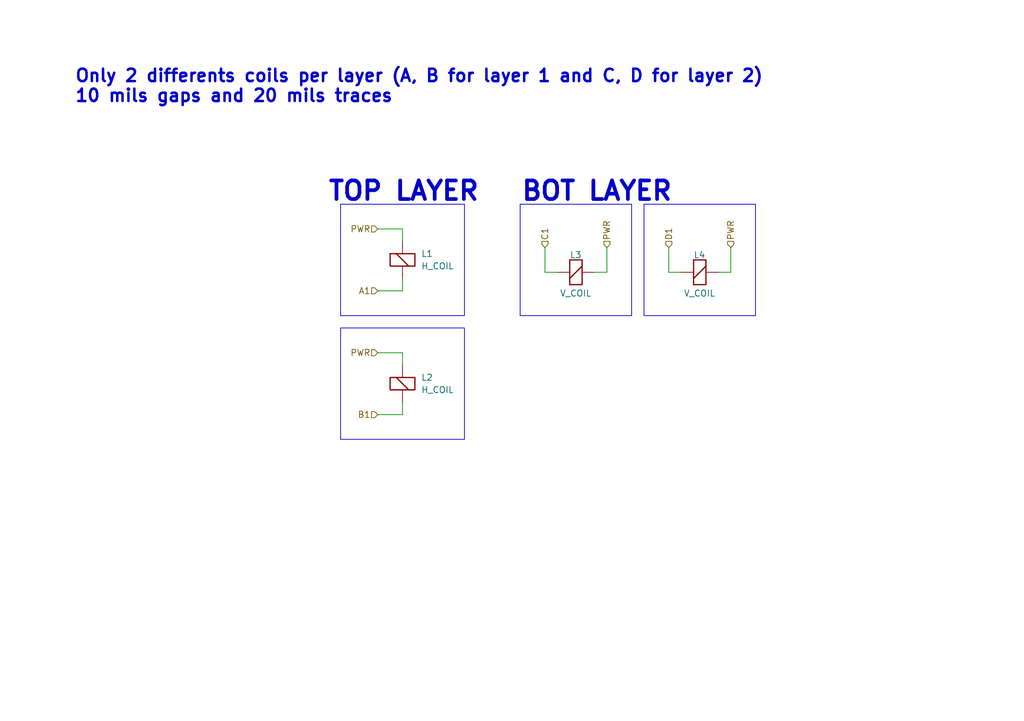
<source format=kicad_sch>
(kicad_sch (version 20231120) (generator "eeschema") (generator_version "8.0")
  (paper "A5")
  (title_block (title "Coil module 1") (date "2024-06-13") (rev "0.1") (comment 1 "Jonas Stirnemann"))
  (lib_symbols
    (symbol "Device:ElectromagneticActor" (pin_numbers hide) (pin_names (offset 0.0254) hide)
      (property "Reference" "L" (at 1.27 3.81 0))
      (property "Value" "ElectromagneticActor" (at 1.27 -1.27 0))
      (symbol "ElectromagneticActor_0_1"
        (rectangle (start -2.54 2.54) (end 2.54 0) (stroke (width 0.254)))
        (polyline (pts (xy -1.27 2.54) (xy 1.27 0)) (stroke (width 0.254)))
      )
      (symbol "ElectromagneticActor_1_1"
        (pin passive line (at 0 5.08 270) (length 2.54) (name "-") (number "1"))
        (pin passive line (at 0 -2.54 90) (length 2.54) (name "+") (number "2"))
      )
    )
  )
  (wire (pts (xy 137.16 55.88) (xy 137.16 50.8)))
  (wire (pts (xy 149.86 55.88) (xy 147.32 55.88)))
  (wire (pts (xy 82.55 72.39) (xy 82.55 74.93)))
  (wire (pts (xy 77.47 59.69) (xy 82.55 59.69)))
  (wire (pts (xy 77.47 46.99) (xy 82.55 46.99)))
  (wire (pts (xy 82.55 85.09) (xy 77.47 85.09)))
  (wire (pts (xy 82.55 46.99) (xy 82.55 49.53)))
  (wire (pts (xy 77.47 72.39) (xy 82.55 72.39)))
  (wire (pts (xy 139.7 55.88) (xy 137.16 55.88)))
  (wire (pts (xy 149.86 50.8) (xy 149.86 55.88)))
  (wire (pts (xy 114.3 55.88) (xy 111.76 55.88)))
  (wire (pts (xy 111.76 55.88) (xy 111.76 50.8)))
  (wire (pts (xy 82.55 82.55) (xy 82.55 85.09)))
  (wire (pts (xy 124.46 50.8) (xy 124.46 55.88)))
  (wire (pts (xy 124.46 55.88) (xy 121.92 55.88)))
  (wire (pts (xy 82.55 57.15) (xy 82.55 59.69)))
  (rectangle (start 132.08 41.91) (end 154.94 64.77))
  (rectangle (start 106.68 41.91) (end 129.54 64.77))
  (rectangle (start 69.85 67.31) (end 95.25 90.17))
  (rectangle (start 69.85 41.91) (end 95.25 64.77))
  (text "Only 2 differents coils per layer (A, B for layer 1 and C, D for layer 2)\n10 mils gaps and 20 mils traces" (at 15.24 17.78 0) (effects (font (size 2.54 2.54) (thickness 0.508) (bold yes)) (justify left)))
  (text "TOP LAYER" (at 67.056 39.37 0) (effects (font (size 3.81 3.81) (thickness 0.762) (bold yes)) (justify left)))
  (text "BOT LAYER" (at 106.68 39.37 0) (effects (font (size 3.81 3.81) (thickness 0.762) (bold yes)) (justify left)))
  (hierarchical_label "PWR" (shape input) (at 149.86 50.8 90))
  (hierarchical_label "C1" (shape input) (at 111.76 50.8 90))
  (hierarchical_label "A1" (shape input) (at 77.47 59.69 180))
  (hierarchical_label "PWR" (shape input) (at 124.46 50.8 90))
  (hierarchical_label "B1" (shape input) (at 77.47 85.09 180))
  (hierarchical_label "PWR" (shape input) (at 77.47 46.99 180))
  (hierarchical_label "D1" (shape input) (at 137.16 50.8 90))
  (hierarchical_label "PWR" (shape input) (at 77.47 72.39 180))
  (symbol (lib_id "Device:ElectromagneticActor") (at 82.55 54.61 0) (unit 1)
    (property "Reference" "L1" (at 86.36 52.0699 0) (effects (justify left)))
    (property "Value" "H_COIL" (at 86.36 54.6099 0) (effects (justify left)))
    (property "Footprint" "coil_connection:coil_connection" (effects (hide yes)))
    (property "Description" "Electromagnetic actor" (effects (hide yes)))
  )
  (symbol (lib_id "Device:ElectromagneticActor") (at 116.84 55.88 270) (unit 1)
    (property "Reference" "L3" (at 116.84 52.324 90) (effects (justify left)))
    (property "Value" "V_COIL" (at 114.808 60.198 90) (effects (justify left)))
    (property "Footprint" "coil_connection:coil_connection" (effects (hide yes)))
    (property "Description" "Electromagnetic actor" (effects (hide yes)))
  )
  (symbol (lib_id "Device:ElectromagneticActor") (at 82.55 80.01 0) (unit 1)
    (property "Reference" "L2" (at 86.36 77.4699 0) (effects (justify left)))
    (property "Value" "H_COIL" (at 86.36 80.0099 0) (effects (justify left)))
    (property "Footprint" "coil_connection:coil_connection" (effects (hide yes)))
    (property "Description" "Electromagnetic actor" (effects (hide yes)))
  )
  (symbol (lib_id "Device:ElectromagneticActor") (at 142.24 55.88 270) (unit 1)
    (property "Reference" "L4" (at 142.24 52.324 90) (effects (justify left)))
    (property "Value" "V_COIL" (at 140.208 60.198 90) (effects (justify left)))
    (property "Footprint" "coil_connection:coil_connection" (effects (hide yes)))
    (property "Description" "Electromagnetic actor" (effects (hide yes)))
  )
)
</source>
